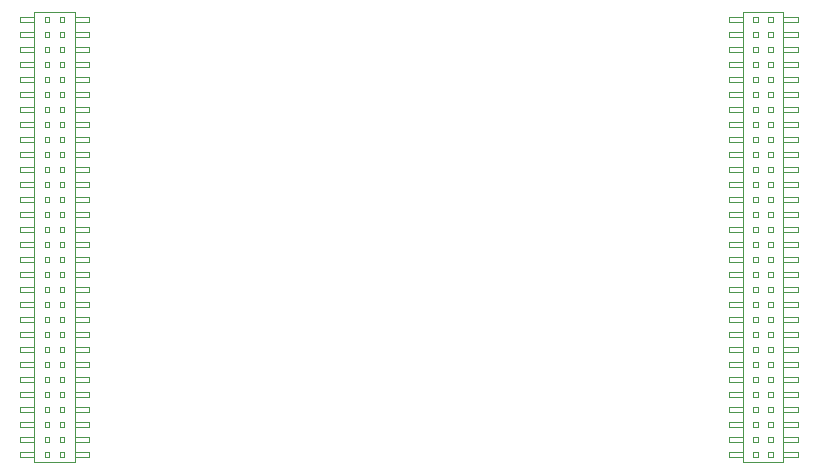
<source format=gbr>
%TF.GenerationSoftware,Altium Limited,Altium Designer,20.0.13 (296)*%
G04 Layer_Color=16776960*
%FSLAX26Y26*%
%MOIN*%
%TF.FileFunction,Other,Mechanical_16*%
%TF.Part,Single*%
G01*
G75*
%TA.AperFunction,NonConductor*%
%ADD112C,0.003940*%
D112*
X2823385Y1487402D02*
Y1537402D01*
X2788896Y1504412D02*
Y1520392D01*
X2870905Y1504412D02*
Y1520392D01*
X2823385D02*
X2870905D01*
X2823385Y1504412D02*
X2870905D01*
X2788896Y1454412D02*
Y1470392D01*
X2870905Y1454412D02*
Y1470392D01*
X2823385D02*
X2870905D01*
X2823385Y1454412D02*
X2870905D01*
X2722405Y1504412D02*
Y1520392D01*
X2722916D02*
X2738896D01*
X2772916Y1504412D02*
X2788896D01*
X2722916D02*
X2738896D01*
X2772916Y1520392D02*
X2788896D01*
X2738896Y1504412D02*
Y1520392D01*
X2722916Y1504412D02*
Y1520392D01*
X2772916Y1504412D02*
Y1520392D01*
X2688425Y1487402D02*
Y1537402D01*
X2823385D01*
X2722405Y1454412D02*
Y1470392D01*
X2722916D02*
X2738896D01*
X2772916Y1454412D02*
X2788896D01*
X2722916D02*
X2738896D01*
X2772916Y1470392D02*
X2788896D01*
X2738896Y1454412D02*
Y1470392D01*
X2722916Y1454412D02*
Y1470392D01*
X2772916Y1454412D02*
Y1470392D01*
X2640905Y1504412D02*
Y1520392D01*
X2688425D01*
X2640905Y1504412D02*
X2688425D01*
X2640905Y1454412D02*
Y1470392D01*
X2688425D01*
X2640905Y1454412D02*
X2688425D01*
X2823385Y1437402D02*
Y1487402D01*
Y1387402D02*
Y1437402D01*
X2788896Y1404412D02*
Y1420392D01*
X2870905Y1404412D02*
Y1420392D01*
X2823385D02*
X2870905D01*
X2823385Y1404412D02*
X2870905D01*
X2823385Y1337402D02*
Y1387402D01*
X2788896Y1354412D02*
Y1370392D01*
X2870905Y1354412D02*
Y1370392D01*
X2823385D02*
X2870905D01*
X2823385Y1354412D02*
X2870905D01*
X2823385Y1320392D02*
X2870905D01*
X2688425Y1437402D02*
Y1487402D01*
X2722405Y1404412D02*
Y1420392D01*
X2722916D02*
X2738896D01*
X2772916Y1404412D02*
X2788896D01*
X2722916D02*
X2738896D01*
X2772916Y1420392D02*
X2788896D01*
X2738896Y1404412D02*
Y1420392D01*
X2722916Y1404412D02*
Y1420392D01*
X2772916Y1404412D02*
Y1420392D01*
X2688425Y1387402D02*
Y1437402D01*
X2722405Y1354412D02*
Y1370392D01*
X2722916D02*
X2738896D01*
X2772916Y1354412D02*
X2788896D01*
X2722916D02*
X2738896D01*
X2772916Y1370392D02*
X2788896D01*
X2738896Y1354412D02*
Y1370392D01*
X2722916Y1354412D02*
Y1370392D01*
X2772916Y1354412D02*
Y1370392D01*
X2688425Y1337402D02*
Y1387402D01*
X2722916Y1320392D02*
X2738896D01*
X2772916D02*
X2788896D01*
X2640905Y1404412D02*
Y1420392D01*
X2688425D01*
X2640905Y1404412D02*
X2688425D01*
X2640905Y1354412D02*
Y1370392D01*
X2688425D01*
X2640905Y1354412D02*
X2688425D01*
X2640905Y1320392D02*
X2688425D01*
X2823385Y1287402D02*
Y1337402D01*
X2788896Y1304412D02*
Y1320392D01*
X2870905Y1304412D02*
Y1320392D01*
X2823385Y1304412D02*
X2870905D01*
X2823385Y1237402D02*
Y1287402D01*
X2788896Y1254412D02*
Y1270392D01*
X2870905Y1254412D02*
Y1270392D01*
X2823385D02*
X2870905D01*
X2823385Y1254412D02*
X2870905D01*
X2823385Y1187402D02*
Y1237402D01*
X2788896Y1204412D02*
Y1220392D01*
X2870905Y1204412D02*
Y1220392D01*
X2823385D02*
X2870905D01*
X2823385Y1204412D02*
X2870905D01*
X2722405Y1304412D02*
Y1320392D01*
X2772916Y1304412D02*
X2788896D01*
X2722916D02*
X2738896D01*
Y1320392D01*
X2722916Y1304412D02*
Y1320392D01*
X2772916Y1304412D02*
Y1320392D01*
X2688425Y1287402D02*
Y1337402D01*
X2722405Y1254412D02*
Y1270392D01*
X2722916D02*
X2738896D01*
X2772916Y1254412D02*
X2788896D01*
X2722916D02*
X2738896D01*
X2772916Y1270392D02*
X2788896D01*
X2738896Y1254412D02*
Y1270392D01*
X2722916Y1254412D02*
Y1270392D01*
X2772916Y1254412D02*
Y1270392D01*
X2688425Y1237402D02*
Y1287402D01*
X2722405Y1204412D02*
Y1220392D01*
X2722916D02*
X2738896D01*
X2772916Y1204412D02*
X2788896D01*
X2722916D02*
X2738896D01*
X2772916Y1220392D02*
X2788896D01*
X2738896Y1204412D02*
Y1220392D01*
X2722916Y1204412D02*
Y1220392D01*
X2772916Y1204412D02*
Y1220392D01*
X2688425Y1187402D02*
Y1237402D01*
X2640905Y1304412D02*
Y1320392D01*
Y1304412D02*
X2688425D01*
X2640905Y1254412D02*
Y1270392D01*
X2688425D01*
X2640905Y1254412D02*
X2688425D01*
X2640905Y1204412D02*
Y1220392D01*
X2688425D01*
X2640905Y1204412D02*
X2688425D01*
X2823385Y1137402D02*
Y1187402D01*
X2788896Y1154412D02*
Y1170392D01*
X2870905Y1154412D02*
Y1170392D01*
X2823385D02*
X2870905D01*
X2823385Y1154412D02*
X2870905D01*
X2823385Y1087402D02*
Y1137402D01*
X2788896Y1104412D02*
Y1120392D01*
X2870905Y1104412D02*
Y1120392D01*
X2823385D02*
X2870905D01*
X2823385Y1104412D02*
X2870905D01*
X2788896Y1054412D02*
Y1070392D01*
X2870905Y1054412D02*
Y1070392D01*
X2823385D02*
X2870905D01*
X2823385Y1054412D02*
X2870905D01*
X2722405Y1154412D02*
Y1170392D01*
X2722916D02*
X2738896D01*
X2772916Y1154412D02*
X2788896D01*
X2722916D02*
X2738896D01*
X2772916Y1170392D02*
X2788896D01*
X2738896Y1154412D02*
Y1170392D01*
X2722916Y1154412D02*
Y1170392D01*
X2772916Y1154412D02*
Y1170392D01*
X2688425Y1137402D02*
Y1187402D01*
X2722405Y1104412D02*
Y1120392D01*
X2722916D02*
X2738896D01*
X2772916Y1104412D02*
X2788896D01*
X2722916D02*
X2738896D01*
X2772916Y1120392D02*
X2788896D01*
X2738896Y1104412D02*
Y1120392D01*
X2722916Y1104412D02*
Y1120392D01*
X2772916Y1104412D02*
Y1120392D01*
X2688425Y1087402D02*
Y1137402D01*
X2722405Y1054412D02*
Y1070392D01*
X2722916D02*
X2738896D01*
X2772916Y1054412D02*
X2788896D01*
X2722916D02*
X2738896D01*
X2772916Y1070392D02*
X2788896D01*
X2738896Y1054412D02*
Y1070392D01*
X2722916Y1054412D02*
Y1070392D01*
X2772916Y1054412D02*
Y1070392D01*
X2640905Y1154412D02*
Y1170392D01*
X2688425D01*
X2640905Y1154412D02*
X2688425D01*
X2640905Y1104412D02*
Y1120392D01*
X2688425D01*
X2640905Y1104412D02*
X2688425D01*
X2640905Y1054412D02*
Y1070392D01*
X2688425D01*
X2640905Y1054412D02*
X2688425D01*
X2823385Y1037402D02*
Y1087402D01*
Y987402D02*
Y1037402D01*
X2788896Y1004412D02*
Y1020392D01*
X2870905Y1004412D02*
Y1020392D01*
X2823385D02*
X2870905D01*
X2823385Y1004412D02*
X2870905D01*
X2823385Y937402D02*
Y987402D01*
X2788896Y954412D02*
Y970392D01*
X2870905Y954412D02*
Y970392D01*
X2823385D02*
X2870905D01*
X2823385Y954412D02*
X2870905D01*
X2823385Y920392D02*
X2870905D01*
X2688425Y1037402D02*
Y1087402D01*
X2722405Y1004412D02*
Y1020392D01*
X2722916D02*
X2738896D01*
X2772916Y1004412D02*
X2788896D01*
X2722916D02*
X2738896D01*
X2772916Y1020392D02*
X2788896D01*
X2738896Y1004412D02*
Y1020392D01*
X2722916Y1004412D02*
Y1020392D01*
X2772916Y1004412D02*
Y1020392D01*
X2688425Y987402D02*
Y1037402D01*
X2722405Y954412D02*
Y970392D01*
X2722916D02*
X2738896D01*
X2772916Y954412D02*
X2788896D01*
X2722916D02*
X2738896D01*
X2772916Y970392D02*
X2788896D01*
X2738896Y954412D02*
Y970392D01*
X2722916Y954412D02*
Y970392D01*
X2772916Y954412D02*
Y970392D01*
X2688425Y937402D02*
Y987402D01*
X2722916Y920392D02*
X2738896D01*
X2772916D02*
X2788896D01*
X2640905Y1004412D02*
Y1020392D01*
X2688425D01*
X2640905Y1004412D02*
X2688425D01*
X2640905Y954412D02*
Y970392D01*
X2688425D01*
X2640905Y954412D02*
X2688425D01*
X2640905Y920392D02*
X2688425D01*
X2823385Y887402D02*
Y937402D01*
X2788896Y904412D02*
Y920392D01*
X2870905Y904412D02*
Y920392D01*
X2823385Y904412D02*
X2870905D01*
X2823385Y837402D02*
Y887402D01*
X2788896Y854412D02*
Y870392D01*
X2870905Y854412D02*
Y870392D01*
X2823385D02*
X2870905D01*
X2823385Y854412D02*
X2870905D01*
X2823385Y787402D02*
Y837402D01*
X2788896Y804412D02*
Y820392D01*
X2870905Y804412D02*
Y820392D01*
X2823385D02*
X2870905D01*
X2823385Y804412D02*
X2870905D01*
X2722405Y904412D02*
Y920392D01*
X2772916Y904412D02*
X2788896D01*
X2722916D02*
X2738896D01*
Y920392D01*
X2722916Y904412D02*
Y920392D01*
X2772916Y904412D02*
Y920392D01*
X2688425Y887402D02*
Y937402D01*
X2722405Y854412D02*
Y870392D01*
X2722916D02*
X2738896D01*
X2772916Y854412D02*
X2788896D01*
X2722916D02*
X2738896D01*
X2772916Y870392D02*
X2788896D01*
X2738896Y854412D02*
Y870392D01*
X2722916Y854412D02*
Y870392D01*
X2772916Y854412D02*
Y870392D01*
X2688425Y837402D02*
Y887402D01*
X2722405Y804412D02*
Y820392D01*
X2722916D02*
X2738896D01*
X2772916Y804412D02*
X2788896D01*
X2722916D02*
X2738896D01*
X2772916Y820392D02*
X2788896D01*
X2738896Y804412D02*
Y820392D01*
X2722916Y804412D02*
Y820392D01*
X2772916Y804412D02*
Y820392D01*
X2688425Y787402D02*
Y837402D01*
X2640905Y904412D02*
Y920392D01*
Y904412D02*
X2688425D01*
X2640905Y854412D02*
Y870392D01*
X2688425D01*
X2640905Y854412D02*
X2688425D01*
X2640905Y804412D02*
Y820392D01*
X2688425D01*
X2640905Y804412D02*
X2688425D01*
X2823385Y737402D02*
Y787402D01*
X2788896Y754412D02*
Y770392D01*
X2870905Y754412D02*
Y770392D01*
X2823385D02*
X2870905D01*
X2823385Y754412D02*
X2870905D01*
X2823385Y687402D02*
Y737402D01*
X2788896Y704412D02*
Y720392D01*
X2870905Y704412D02*
Y720392D01*
X2823385D02*
X2870905D01*
X2823385Y704412D02*
X2870905D01*
X2788896Y654412D02*
Y670392D01*
X2870905Y654412D02*
Y670392D01*
X2823385D02*
X2870905D01*
X2823385Y654412D02*
X2870905D01*
X2722405Y754412D02*
Y770392D01*
X2722916D02*
X2738896D01*
X2772916Y754412D02*
X2788896D01*
X2722916D02*
X2738896D01*
X2772916Y770392D02*
X2788896D01*
X2738896Y754412D02*
Y770392D01*
X2722916Y754412D02*
Y770392D01*
X2772916Y754412D02*
Y770392D01*
X2688425Y737402D02*
Y787402D01*
X2722405Y704412D02*
Y720392D01*
X2722916D02*
X2738896D01*
X2772916Y704412D02*
X2788896D01*
X2722916D02*
X2738896D01*
X2772916Y720392D02*
X2788896D01*
X2738896Y704412D02*
Y720392D01*
X2722916Y704412D02*
Y720392D01*
X2772916Y704412D02*
Y720392D01*
X2688425Y687402D02*
Y737402D01*
X2722405Y654412D02*
Y670392D01*
X2722916D02*
X2738896D01*
X2772916Y654412D02*
X2788896D01*
X2722916D02*
X2738896D01*
X2772916Y670392D02*
X2788896D01*
X2738896Y654412D02*
Y670392D01*
X2722916Y654412D02*
Y670392D01*
X2772916Y654412D02*
Y670392D01*
X2640905Y754412D02*
Y770392D01*
X2688425D01*
X2640905Y754412D02*
X2688425D01*
X2640905Y704412D02*
Y720392D01*
X2688425D01*
X2640905Y704412D02*
X2688425D01*
X2640905Y654412D02*
Y670392D01*
X2688425D01*
X2640905Y654412D02*
X2688425D01*
X2823385Y637402D02*
Y687402D01*
Y587402D02*
Y637402D01*
X2788896Y604412D02*
Y620392D01*
X2870905Y604412D02*
Y620392D01*
X2823385D02*
X2870905D01*
X2823385Y604412D02*
X2870905D01*
X2823385Y537402D02*
Y587402D01*
X2788896Y554412D02*
Y570392D01*
X2870905Y554412D02*
Y570392D01*
X2823385D02*
X2870905D01*
X2823385Y554412D02*
X2870905D01*
X2788896Y504412D02*
Y520392D01*
X2870905Y504412D02*
Y520392D01*
X2823385D02*
X2870905D01*
X2823385Y504412D02*
X2870905D01*
X2688425Y637402D02*
Y687402D01*
X2722405Y604412D02*
Y620392D01*
X2722916D02*
X2738896D01*
X2772916Y604412D02*
X2788896D01*
X2722916D02*
X2738896D01*
X2772916Y620392D02*
X2788896D01*
X2738896Y604412D02*
Y620392D01*
X2722916Y604412D02*
Y620392D01*
X2772916Y604412D02*
Y620392D01*
X2688425Y587402D02*
Y637402D01*
X2722405Y554412D02*
Y570392D01*
X2722916D02*
X2738896D01*
X2772916Y554412D02*
X2788896D01*
X2722916D02*
X2738896D01*
X2772916Y570392D02*
X2788896D01*
X2738896Y554412D02*
Y570392D01*
X2722916Y554412D02*
Y570392D01*
X2772916Y554412D02*
Y570392D01*
X2688425Y537402D02*
Y587402D01*
X2722405Y504412D02*
Y520392D01*
X2722916D02*
X2738896D01*
X2772916Y504412D02*
X2788896D01*
X2722916D02*
X2738896D01*
X2772916Y520392D02*
X2788896D01*
X2738896Y504412D02*
Y520392D01*
X2722916Y504412D02*
Y520392D01*
X2772916Y504412D02*
Y520392D01*
X2640905Y604412D02*
Y620392D01*
X2688425D01*
X2640905Y604412D02*
X2688425D01*
X2640905Y554412D02*
Y570392D01*
X2688425D01*
X2640905Y554412D02*
X2688425D01*
X2640905Y504412D02*
Y520392D01*
X2688425D01*
X2640905Y504412D02*
X2688425D01*
X2823385Y487402D02*
Y537402D01*
Y437402D02*
Y487402D01*
X2788896Y454412D02*
Y470392D01*
X2870905Y454412D02*
Y470392D01*
X2823385D02*
X2870905D01*
X2823385Y454412D02*
X2870905D01*
X2823385Y387402D02*
Y437402D01*
X2788896Y404412D02*
Y420392D01*
X2870905Y404412D02*
Y420392D01*
X2823385D02*
X2870905D01*
X2823385Y404412D02*
X2870905D01*
X2823385Y370392D02*
X2870905D01*
X2688425Y487402D02*
Y537402D01*
X2722405Y454412D02*
Y470392D01*
X2722916D02*
X2738896D01*
X2772916Y454412D02*
X2788896D01*
X2722916D02*
X2738896D01*
X2772916Y470392D02*
X2788896D01*
X2738896Y454412D02*
Y470392D01*
X2722916Y454412D02*
Y470392D01*
X2772916Y454412D02*
Y470392D01*
X2688425Y437402D02*
Y487402D01*
X2722405Y404412D02*
Y420392D01*
X2722916D02*
X2738896D01*
X2772916Y404412D02*
X2788896D01*
X2722916D02*
X2738896D01*
X2772916Y420392D02*
X2788896D01*
X2738896Y404412D02*
Y420392D01*
X2722916Y404412D02*
Y420392D01*
X2772916Y404412D02*
Y420392D01*
X2688425Y387402D02*
Y437402D01*
X2722916Y370392D02*
X2738896D01*
X2772916D02*
X2788896D01*
X2640905Y454412D02*
Y470392D01*
X2688425D01*
X2640905Y454412D02*
X2688425D01*
X2640905Y404412D02*
Y420392D01*
X2688425D01*
X2640905Y404412D02*
X2688425D01*
X2640905Y370392D02*
X2688425D01*
X2823385Y337402D02*
Y387402D01*
X2788896Y354412D02*
Y370392D01*
X2870905Y354412D02*
Y370392D01*
X2823385Y354412D02*
X2870905D01*
X2823385Y287402D02*
Y337402D01*
X2788896Y304412D02*
Y320392D01*
X2870905Y304412D02*
Y320392D01*
X2823385D02*
X2870905D01*
X2823385Y304412D02*
X2870905D01*
X2823385Y237402D02*
Y287402D01*
X2788896Y254412D02*
Y270392D01*
X2870905Y254412D02*
Y270392D01*
X2823385D02*
X2870905D01*
X2823385Y254412D02*
X2870905D01*
X2722405Y354412D02*
Y370392D01*
X2772916Y354412D02*
X2788896D01*
X2722916D02*
X2738896D01*
Y370392D01*
X2722916Y354412D02*
Y370392D01*
X2772916Y354412D02*
Y370392D01*
X2688425Y337402D02*
Y387402D01*
X2722405Y304412D02*
Y320392D01*
X2722916D02*
X2738896D01*
X2772916Y304412D02*
X2788896D01*
X2722916D02*
X2738896D01*
X2772916Y320392D02*
X2788896D01*
X2738896Y304412D02*
Y320392D01*
X2722916Y304412D02*
Y320392D01*
X2772916Y304412D02*
Y320392D01*
X2688425Y287402D02*
Y337402D01*
X2722405Y254412D02*
Y270392D01*
X2722916D02*
X2738896D01*
X2772916Y254412D02*
X2788896D01*
X2722916D02*
X2738896D01*
X2772916Y270392D02*
X2788896D01*
X2738896Y254412D02*
Y270392D01*
X2722916Y254412D02*
Y270392D01*
X2772916Y254412D02*
Y270392D01*
X2688425Y237402D02*
Y287402D01*
X2640905Y354412D02*
Y370392D01*
Y354412D02*
X2688425D01*
X2640905Y304412D02*
Y320392D01*
X2688425D01*
X2640905Y304412D02*
X2688425D01*
X2640905Y254412D02*
Y270392D01*
X2688425D01*
X2640905Y254412D02*
X2688425D01*
X2823385Y187402D02*
Y237402D01*
X2788896Y204412D02*
Y220392D01*
X2870905Y204412D02*
Y220392D01*
X2823385D02*
X2870905D01*
X2823385Y204412D02*
X2870905D01*
X2823385Y137402D02*
Y187402D01*
X2788896Y154412D02*
Y170392D01*
X2870905Y154412D02*
Y170392D01*
X2823385D02*
X2870905D01*
X2823385Y154412D02*
X2870905D01*
X2788896Y104412D02*
Y120392D01*
X2870905Y104412D02*
Y120392D01*
X2823385D02*
X2870905D01*
X2823385Y104412D02*
X2870905D01*
X2722405Y204412D02*
Y220392D01*
X2722916D02*
X2738896D01*
X2772916Y204412D02*
X2788896D01*
X2722916D02*
X2738896D01*
X2772916Y220392D02*
X2788896D01*
X2738896Y204412D02*
Y220392D01*
X2722916Y204412D02*
Y220392D01*
X2772916Y204412D02*
Y220392D01*
X2688425Y187402D02*
Y237402D01*
X2722405Y154412D02*
Y170392D01*
X2722916D02*
X2738896D01*
X2772916Y154412D02*
X2788896D01*
X2722916D02*
X2738896D01*
X2772916Y170392D02*
X2788896D01*
X2738896Y154412D02*
Y170392D01*
X2722916Y154412D02*
Y170392D01*
X2772916Y154412D02*
Y170392D01*
X2688425Y137402D02*
Y187402D01*
X2722405Y104412D02*
Y120392D01*
X2722916D02*
X2738896D01*
X2772916Y104412D02*
X2788896D01*
X2722916D02*
X2738896D01*
X2772916Y120392D02*
X2788896D01*
X2738896Y104412D02*
Y120392D01*
X2722916Y104412D02*
Y120392D01*
X2772916Y104412D02*
Y120392D01*
X2640905Y204412D02*
Y220392D01*
X2688425D01*
X2640905Y204412D02*
X2688425D01*
X2640905Y154412D02*
Y170392D01*
X2688425D01*
X2640905Y154412D02*
X2688425D01*
X2640905Y104412D02*
Y120392D01*
X2688425D01*
X2640905Y104412D02*
X2688425D01*
X2823385Y87402D02*
Y137402D01*
Y37402D02*
Y87402D01*
X2788896Y54412D02*
Y70392D01*
X2870905Y54412D02*
Y70392D01*
X2823385D02*
X2870905D01*
X2823385Y54412D02*
X2870905D01*
X2688425Y87402D02*
Y137402D01*
X2722405Y54412D02*
Y70392D01*
X2688425Y37402D02*
X2823385D01*
X2722916Y70392D02*
X2738896D01*
X2772916Y54412D02*
X2788896D01*
X2722916D02*
X2738896D01*
X2772916Y70392D02*
X2788896D01*
X2738896Y54412D02*
Y70392D01*
X2722916Y54412D02*
Y70392D01*
X2772916Y54412D02*
Y70392D01*
X2688425Y37402D02*
Y87402D01*
X2640905Y54412D02*
Y70392D01*
X2688425D01*
X2640905Y54412D02*
X2688425D01*
X461181Y1487402D02*
Y1537402D01*
X426691Y1504412D02*
Y1520392D01*
X508701Y1504412D02*
Y1520392D01*
X461181D02*
X508701D01*
X461181Y1504412D02*
X508701D01*
X426691Y1454412D02*
Y1470392D01*
X508701Y1454412D02*
Y1470392D01*
X461181D02*
X508701D01*
X461181Y1454412D02*
X508701D01*
X360201Y1504412D02*
Y1520392D01*
X360711D02*
X376691D01*
X410711Y1504412D02*
X426691D01*
X360711D02*
X376691D01*
X410711Y1520392D02*
X426691D01*
X376691Y1504412D02*
Y1520392D01*
X360711Y1504412D02*
Y1520392D01*
X410711Y1504412D02*
Y1520392D01*
X326221Y1487402D02*
Y1537402D01*
X461181D01*
X360201Y1454412D02*
Y1470392D01*
X360711D02*
X376691D01*
X410711Y1454412D02*
X426691D01*
X360711D02*
X376691D01*
X410711Y1470392D02*
X426691D01*
X376691Y1454412D02*
Y1470392D01*
X360711Y1454412D02*
Y1470392D01*
X410711Y1454412D02*
Y1470392D01*
X278701Y1504412D02*
Y1520392D01*
X326221D01*
X278701Y1504412D02*
X326221D01*
X278701Y1454412D02*
Y1470392D01*
X326221D01*
X278701Y1454412D02*
X326221D01*
X461181Y1437402D02*
Y1487402D01*
Y1387402D02*
Y1437402D01*
X426691Y1404412D02*
Y1420392D01*
X508701Y1404412D02*
Y1420392D01*
X461181D02*
X508701D01*
X461181Y1404412D02*
X508701D01*
X461181Y1337402D02*
Y1387402D01*
X426691Y1354412D02*
Y1370392D01*
X508701Y1354412D02*
Y1370392D01*
X461181D02*
X508701D01*
X461181Y1354412D02*
X508701D01*
X461181Y1320392D02*
X508701D01*
X326221Y1437402D02*
Y1487402D01*
X360201Y1404412D02*
Y1420392D01*
X360711D02*
X376691D01*
X410711Y1404412D02*
X426691D01*
X360711D02*
X376691D01*
X410711Y1420392D02*
X426691D01*
X376691Y1404412D02*
Y1420392D01*
X360711Y1404412D02*
Y1420392D01*
X410711Y1404412D02*
Y1420392D01*
X326221Y1387402D02*
Y1437402D01*
X360201Y1354412D02*
Y1370392D01*
X360711D02*
X376691D01*
X410711Y1354412D02*
X426691D01*
X360711D02*
X376691D01*
X410711Y1370392D02*
X426691D01*
X376691Y1354412D02*
Y1370392D01*
X360711Y1354412D02*
Y1370392D01*
X410711Y1354412D02*
Y1370392D01*
X326221Y1337402D02*
Y1387402D01*
X360711Y1320392D02*
X376691D01*
X410711D02*
X426691D01*
X278701Y1404412D02*
Y1420392D01*
X326221D01*
X278701Y1404412D02*
X326221D01*
X278701Y1354412D02*
Y1370392D01*
X326221D01*
X278701Y1354412D02*
X326221D01*
X278701Y1320392D02*
X326221D01*
X461181Y1287402D02*
Y1337402D01*
X426691Y1304412D02*
Y1320392D01*
X508701Y1304412D02*
Y1320392D01*
X461181Y1304412D02*
X508701D01*
X461181Y1237402D02*
Y1287402D01*
X426691Y1254412D02*
Y1270392D01*
X508701Y1254412D02*
Y1270392D01*
X461181D02*
X508701D01*
X461181Y1254412D02*
X508701D01*
X461181Y1187402D02*
Y1237402D01*
X426691Y1204412D02*
Y1220392D01*
X508701Y1204412D02*
Y1220392D01*
X461181D02*
X508701D01*
X461181Y1204412D02*
X508701D01*
X360201Y1304412D02*
Y1320392D01*
X410711Y1304412D02*
X426691D01*
X360711D02*
X376691D01*
Y1320392D01*
X360711Y1304412D02*
Y1320392D01*
X410711Y1304412D02*
Y1320392D01*
X326221Y1287402D02*
Y1337402D01*
X360201Y1254412D02*
Y1270392D01*
X360711D02*
X376691D01*
X410711Y1254412D02*
X426691D01*
X360711D02*
X376691D01*
X410711Y1270392D02*
X426691D01*
X376691Y1254412D02*
Y1270392D01*
X360711Y1254412D02*
Y1270392D01*
X410711Y1254412D02*
Y1270392D01*
X326221Y1237402D02*
Y1287402D01*
X360201Y1204412D02*
Y1220392D01*
X360711D02*
X376691D01*
X410711Y1204412D02*
X426691D01*
X360711D02*
X376691D01*
X410711Y1220392D02*
X426691D01*
X376691Y1204412D02*
Y1220392D01*
X360711Y1204412D02*
Y1220392D01*
X410711Y1204412D02*
Y1220392D01*
X326221Y1187402D02*
Y1237402D01*
X278701Y1304412D02*
Y1320392D01*
Y1304412D02*
X326221D01*
X278701Y1254412D02*
Y1270392D01*
X326221D01*
X278701Y1254412D02*
X326221D01*
X278701Y1204412D02*
Y1220392D01*
X326221D01*
X278701Y1204412D02*
X326221D01*
X461181Y1137402D02*
Y1187402D01*
X426691Y1154412D02*
Y1170392D01*
X508701Y1154412D02*
Y1170392D01*
X461181D02*
X508701D01*
X461181Y1154412D02*
X508701D01*
X461181Y1087402D02*
Y1137402D01*
X426691Y1104412D02*
Y1120392D01*
X508701Y1104412D02*
Y1120392D01*
X461181D02*
X508701D01*
X461181Y1104412D02*
X508701D01*
X426691Y1054412D02*
Y1070392D01*
X508701Y1054412D02*
Y1070392D01*
X461181D02*
X508701D01*
X461181Y1054412D02*
X508701D01*
X360201Y1154412D02*
Y1170392D01*
X360711D02*
X376691D01*
X410711Y1154412D02*
X426691D01*
X360711D02*
X376691D01*
X410711Y1170392D02*
X426691D01*
X376691Y1154412D02*
Y1170392D01*
X360711Y1154412D02*
Y1170392D01*
X410711Y1154412D02*
Y1170392D01*
X326221Y1137402D02*
Y1187402D01*
X360201Y1104412D02*
Y1120392D01*
X360711D02*
X376691D01*
X410711Y1104412D02*
X426691D01*
X360711D02*
X376691D01*
X410711Y1120392D02*
X426691D01*
X376691Y1104412D02*
Y1120392D01*
X360711Y1104412D02*
Y1120392D01*
X410711Y1104412D02*
Y1120392D01*
X326221Y1087402D02*
Y1137402D01*
X360201Y1054412D02*
Y1070392D01*
X360711D02*
X376691D01*
X410711Y1054412D02*
X426691D01*
X360711D02*
X376691D01*
X410711Y1070392D02*
X426691D01*
X376691Y1054412D02*
Y1070392D01*
X360711Y1054412D02*
Y1070392D01*
X410711Y1054412D02*
Y1070392D01*
X278701Y1154412D02*
Y1170392D01*
X326221D01*
X278701Y1154412D02*
X326221D01*
X278701Y1104412D02*
Y1120392D01*
X326221D01*
X278701Y1104412D02*
X326221D01*
X278701Y1054412D02*
Y1070392D01*
X326221D01*
X278701Y1054412D02*
X326221D01*
X461181Y1037402D02*
Y1087402D01*
Y987402D02*
Y1037402D01*
X426691Y1004412D02*
Y1020392D01*
X508701Y1004412D02*
Y1020392D01*
X461181D02*
X508701D01*
X461181Y1004412D02*
X508701D01*
X461181Y937402D02*
Y987402D01*
X426691Y954412D02*
Y970392D01*
X508701Y954412D02*
Y970392D01*
X461181D02*
X508701D01*
X461181Y954412D02*
X508701D01*
X461181Y920392D02*
X508701D01*
X326221Y1037402D02*
Y1087402D01*
X360201Y1004412D02*
Y1020392D01*
X360711D02*
X376691D01*
X410711Y1004412D02*
X426691D01*
X360711D02*
X376691D01*
X410711Y1020392D02*
X426691D01*
X376691Y1004412D02*
Y1020392D01*
X360711Y1004412D02*
Y1020392D01*
X410711Y1004412D02*
Y1020392D01*
X326221Y987402D02*
Y1037402D01*
X360201Y954412D02*
Y970392D01*
X360711D02*
X376691D01*
X410711Y954412D02*
X426691D01*
X360711D02*
X376691D01*
X410711Y970392D02*
X426691D01*
X376691Y954412D02*
Y970392D01*
X360711Y954412D02*
Y970392D01*
X410711Y954412D02*
Y970392D01*
X326221Y937402D02*
Y987402D01*
X360711Y920392D02*
X376691D01*
X410711D02*
X426691D01*
X278701Y1004412D02*
Y1020392D01*
X326221D01*
X278701Y1004412D02*
X326221D01*
X278701Y954412D02*
Y970392D01*
X326221D01*
X278701Y954412D02*
X326221D01*
X278701Y920392D02*
X326221D01*
X461181Y887402D02*
Y937402D01*
X426691Y904412D02*
Y920392D01*
X508701Y904412D02*
Y920392D01*
X461181Y904412D02*
X508701D01*
X461181Y837402D02*
Y887402D01*
X426691Y854412D02*
Y870392D01*
X508701Y854412D02*
Y870392D01*
X461181D02*
X508701D01*
X461181Y854412D02*
X508701D01*
X461181Y787402D02*
Y837402D01*
X426691Y804412D02*
Y820392D01*
X508701Y804412D02*
Y820392D01*
X461181D02*
X508701D01*
X461181Y804412D02*
X508701D01*
X360201Y904412D02*
Y920392D01*
X410711Y904412D02*
X426691D01*
X360711D02*
X376691D01*
Y920392D01*
X360711Y904412D02*
Y920392D01*
X410711Y904412D02*
Y920392D01*
X326221Y887402D02*
Y937402D01*
X360201Y854412D02*
Y870392D01*
X360711D02*
X376691D01*
X410711Y854412D02*
X426691D01*
X360711D02*
X376691D01*
X410711Y870392D02*
X426691D01*
X376691Y854412D02*
Y870392D01*
X360711Y854412D02*
Y870392D01*
X410711Y854412D02*
Y870392D01*
X326221Y837402D02*
Y887402D01*
X360201Y804412D02*
Y820392D01*
X360711D02*
X376691D01*
X410711Y804412D02*
X426691D01*
X360711D02*
X376691D01*
X410711Y820392D02*
X426691D01*
X376691Y804412D02*
Y820392D01*
X360711Y804412D02*
Y820392D01*
X410711Y804412D02*
Y820392D01*
X326221Y787402D02*
Y837402D01*
X278701Y904412D02*
Y920392D01*
Y904412D02*
X326221D01*
X278701Y854412D02*
Y870392D01*
X326221D01*
X278701Y854412D02*
X326221D01*
X278701Y804412D02*
Y820392D01*
X326221D01*
X278701Y804412D02*
X326221D01*
X461181Y737402D02*
Y787402D01*
X426691Y754412D02*
Y770392D01*
X508701Y754412D02*
Y770392D01*
X461181D02*
X508701D01*
X461181Y754412D02*
X508701D01*
X461181Y687402D02*
Y737402D01*
X426691Y704412D02*
Y720392D01*
X508701Y704412D02*
Y720392D01*
X461181D02*
X508701D01*
X461181Y704412D02*
X508701D01*
X426691Y654412D02*
Y670392D01*
X508701Y654412D02*
Y670392D01*
X461181D02*
X508701D01*
X461181Y654412D02*
X508701D01*
X360201Y754412D02*
Y770392D01*
X360711D02*
X376691D01*
X410711Y754412D02*
X426691D01*
X360711D02*
X376691D01*
X410711Y770392D02*
X426691D01*
X376691Y754412D02*
Y770392D01*
X360711Y754412D02*
Y770392D01*
X410711Y754412D02*
Y770392D01*
X326221Y737402D02*
Y787402D01*
X360201Y704412D02*
Y720392D01*
X360711D02*
X376691D01*
X410711Y704412D02*
X426691D01*
X360711D02*
X376691D01*
X410711Y720392D02*
X426691D01*
X376691Y704412D02*
Y720392D01*
X360711Y704412D02*
Y720392D01*
X410711Y704412D02*
Y720392D01*
X326221Y687402D02*
Y737402D01*
X360201Y654412D02*
Y670392D01*
X360711D02*
X376691D01*
X410711Y654412D02*
X426691D01*
X360711D02*
X376691D01*
X410711Y670392D02*
X426691D01*
X376691Y654412D02*
Y670392D01*
X360711Y654412D02*
Y670392D01*
X410711Y654412D02*
Y670392D01*
X278701Y754412D02*
Y770392D01*
X326221D01*
X278701Y754412D02*
X326221D01*
X278701Y704412D02*
Y720392D01*
X326221D01*
X278701Y704412D02*
X326221D01*
X278701Y654412D02*
Y670392D01*
X326221D01*
X278701Y654412D02*
X326221D01*
X461181Y637402D02*
Y687402D01*
Y587402D02*
Y637402D01*
X426691Y604412D02*
Y620392D01*
X508701Y604412D02*
Y620392D01*
X461181D02*
X508701D01*
X461181Y604412D02*
X508701D01*
X461181Y537402D02*
Y587402D01*
X426691Y554412D02*
Y570392D01*
X508701Y554412D02*
Y570392D01*
X461181D02*
X508701D01*
X461181Y554412D02*
X508701D01*
X426691Y504412D02*
Y520392D01*
X508701Y504412D02*
Y520392D01*
X461181D02*
X508701D01*
X461181Y504412D02*
X508701D01*
X326221Y637402D02*
Y687402D01*
X360201Y604412D02*
Y620392D01*
X360711D02*
X376691D01*
X410711Y604412D02*
X426691D01*
X360711D02*
X376691D01*
X410711Y620392D02*
X426691D01*
X376691Y604412D02*
Y620392D01*
X360711Y604412D02*
Y620392D01*
X410711Y604412D02*
Y620392D01*
X326221Y587402D02*
Y637402D01*
X360201Y554412D02*
Y570392D01*
X360711D02*
X376691D01*
X410711Y554412D02*
X426691D01*
X360711D02*
X376691D01*
X410711Y570392D02*
X426691D01*
X376691Y554412D02*
Y570392D01*
X360711Y554412D02*
Y570392D01*
X410711Y554412D02*
Y570392D01*
X326221Y537402D02*
Y587402D01*
X360201Y504412D02*
Y520392D01*
X360711D02*
X376691D01*
X410711Y504412D02*
X426691D01*
X360711D02*
X376691D01*
X410711Y520392D02*
X426691D01*
X376691Y504412D02*
Y520392D01*
X360711Y504412D02*
Y520392D01*
X410711Y504412D02*
Y520392D01*
X278701Y604412D02*
Y620392D01*
X326221D01*
X278701Y604412D02*
X326221D01*
X278701Y554412D02*
Y570392D01*
X326221D01*
X278701Y554412D02*
X326221D01*
X278701Y504412D02*
Y520392D01*
X326221D01*
X278701Y504412D02*
X326221D01*
X461181Y487402D02*
Y537402D01*
Y437402D02*
Y487402D01*
X426691Y454412D02*
Y470392D01*
X508701Y454412D02*
Y470392D01*
X461181D02*
X508701D01*
X461181Y454412D02*
X508701D01*
X461181Y387402D02*
Y437402D01*
X426691Y404412D02*
Y420392D01*
X508701Y404412D02*
Y420392D01*
X461181D02*
X508701D01*
X461181Y404412D02*
X508701D01*
X461181Y370392D02*
X508701D01*
X326221Y487402D02*
Y537402D01*
X360201Y454412D02*
Y470392D01*
X360711D02*
X376691D01*
X410711Y454412D02*
X426691D01*
X360711D02*
X376691D01*
X410711Y470392D02*
X426691D01*
X376691Y454412D02*
Y470392D01*
X360711Y454412D02*
Y470392D01*
X410711Y454412D02*
Y470392D01*
X326221Y437402D02*
Y487402D01*
X360201Y404412D02*
Y420392D01*
X360711D02*
X376691D01*
X410711Y404412D02*
X426691D01*
X360711D02*
X376691D01*
X410711Y420392D02*
X426691D01*
X376691Y404412D02*
Y420392D01*
X360711Y404412D02*
Y420392D01*
X410711Y404412D02*
Y420392D01*
X326221Y387402D02*
Y437402D01*
X360711Y370392D02*
X376691D01*
X410711D02*
X426691D01*
X278701Y454412D02*
Y470392D01*
X326221D01*
X278701Y454412D02*
X326221D01*
X278701Y404412D02*
Y420392D01*
X326221D01*
X278701Y404412D02*
X326221D01*
X278701Y370392D02*
X326221D01*
X461181Y337402D02*
Y387402D01*
X426691Y354412D02*
Y370392D01*
X508701Y354412D02*
Y370392D01*
X461181Y354412D02*
X508701D01*
X461181Y287402D02*
Y337402D01*
X426691Y304412D02*
Y320392D01*
X508701Y304412D02*
Y320392D01*
X461181D02*
X508701D01*
X461181Y304412D02*
X508701D01*
X461181Y237402D02*
Y287402D01*
X426691Y254412D02*
Y270392D01*
X508701Y254412D02*
Y270392D01*
X461181D02*
X508701D01*
X461181Y254412D02*
X508701D01*
X360201Y354412D02*
Y370392D01*
X410711Y354412D02*
X426691D01*
X360711D02*
X376691D01*
Y370392D01*
X360711Y354412D02*
Y370392D01*
X410711Y354412D02*
Y370392D01*
X326221Y337402D02*
Y387402D01*
X360201Y304412D02*
Y320392D01*
X360711D02*
X376691D01*
X410711Y304412D02*
X426691D01*
X360711D02*
X376691D01*
X410711Y320392D02*
X426691D01*
X376691Y304412D02*
Y320392D01*
X360711Y304412D02*
Y320392D01*
X410711Y304412D02*
Y320392D01*
X326221Y287402D02*
Y337402D01*
X360201Y254412D02*
Y270392D01*
X360711D02*
X376691D01*
X410711Y254412D02*
X426691D01*
X360711D02*
X376691D01*
X410711Y270392D02*
X426691D01*
X376691Y254412D02*
Y270392D01*
X360711Y254412D02*
Y270392D01*
X410711Y254412D02*
Y270392D01*
X326221Y237402D02*
Y287402D01*
X278701Y354412D02*
Y370392D01*
Y354412D02*
X326221D01*
X278701Y304412D02*
Y320392D01*
X326221D01*
X278701Y304412D02*
X326221D01*
X278701Y254412D02*
Y270392D01*
X326221D01*
X278701Y254412D02*
X326221D01*
X461181Y187402D02*
Y237402D01*
X426691Y204412D02*
Y220392D01*
X508701Y204412D02*
Y220392D01*
X461181D02*
X508701D01*
X461181Y204412D02*
X508701D01*
X461181Y137402D02*
Y187402D01*
X426691Y154412D02*
Y170392D01*
X508701Y154412D02*
Y170392D01*
X461181D02*
X508701D01*
X461181Y154412D02*
X508701D01*
X426691Y104412D02*
Y120392D01*
X508701Y104412D02*
Y120392D01*
X461181D02*
X508701D01*
X461181Y104412D02*
X508701D01*
X360201Y204412D02*
Y220392D01*
X360711D02*
X376691D01*
X410711Y204412D02*
X426691D01*
X360711D02*
X376691D01*
X410711Y220392D02*
X426691D01*
X376691Y204412D02*
Y220392D01*
X360711Y204412D02*
Y220392D01*
X410711Y204412D02*
Y220392D01*
X326221Y187402D02*
Y237402D01*
X360201Y154412D02*
Y170392D01*
X360711D02*
X376691D01*
X410711Y154412D02*
X426691D01*
X360711D02*
X376691D01*
X410711Y170392D02*
X426691D01*
X376691Y154412D02*
Y170392D01*
X360711Y154412D02*
Y170392D01*
X410711Y154412D02*
Y170392D01*
X326221Y137402D02*
Y187402D01*
X360201Y104412D02*
Y120392D01*
X360711D02*
X376691D01*
X410711Y104412D02*
X426691D01*
X360711D02*
X376691D01*
X410711Y120392D02*
X426691D01*
X376691Y104412D02*
Y120392D01*
X360711Y104412D02*
Y120392D01*
X410711Y104412D02*
Y120392D01*
X278701Y204412D02*
Y220392D01*
X326221D01*
X278701Y204412D02*
X326221D01*
X278701Y154412D02*
Y170392D01*
X326221D01*
X278701Y154412D02*
X326221D01*
X278701Y104412D02*
Y120392D01*
X326221D01*
X278701Y104412D02*
X326221D01*
X461181Y87402D02*
Y137402D01*
Y37402D02*
Y87402D01*
X426691Y54412D02*
Y70392D01*
X508701Y54412D02*
Y70392D01*
X461181D02*
X508701D01*
X461181Y54412D02*
X508701D01*
X326221Y87402D02*
Y137402D01*
X360201Y54412D02*
Y70392D01*
X326221Y37402D02*
X461181D01*
X360711Y70392D02*
X376691D01*
X410711Y54412D02*
X426691D01*
X360711D02*
X376691D01*
X410711Y70392D02*
X426691D01*
X376691Y54412D02*
Y70392D01*
X360711Y54412D02*
Y70392D01*
X410711Y54412D02*
Y70392D01*
X326221Y37402D02*
Y87402D01*
X278701Y54412D02*
Y70392D01*
X326221D01*
X278701Y54412D02*
X326221D01*
%TF.MD5,01e4316a4eea0d713723357c962443ba*%
M02*

</source>
